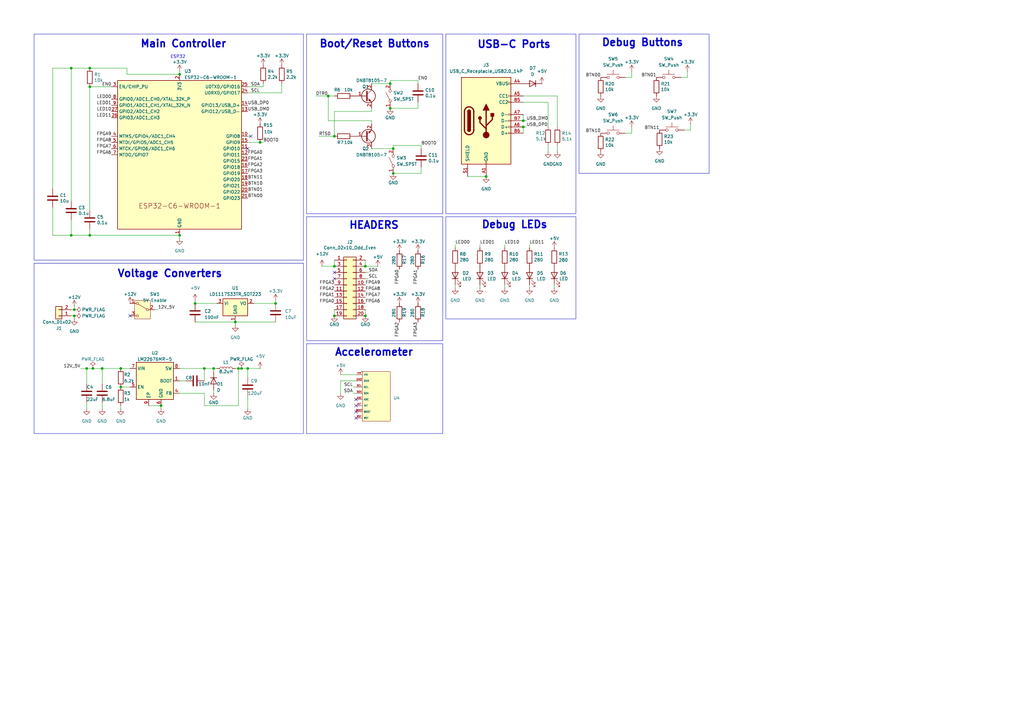
<source format=kicad_sch>
(kicad_sch (version 20231120) (generator "eeschema") (generator_version "8.0")
  (paper "A3")
  (junction (at 38.1 151.13))
  (junction (at 106.68 58.42))
  (junction (at 49.53 158.75))
  (junction (at 36.83 96.52))
  (junction (at 149.86 129.54))
  (junction (at 66.04 166.37))
  (junction (at 96.52 132.08))
  (junction (at 137.16 55.88))
  (junction (at 29.21 27.94))
  (junction (at 36.83 27.94))
  (junction (at 80.01 124.46))
  (junction (at 134.62 39.37))
  (junction (at 161.29 71.12))
  (junction (at 73.66 96.52))
  (junction (at 29.21 96.52))
  (junction (at 137.16 109.22))
  (junction (at 73.66 30.48))
  (junction (at 199.39 72.39))
  (junction (at 41.91 151.13))
  (junction (at 87.63 151.13))
  (junction (at 35.56 151.13))
  (junction (at 97.79 151.13))
  (junction (at 137.16 129.54))
  (junction (at 160.02 44.45))
  (junction (at 30.48 129.54))
  (junction (at 160.02 34.29))
  (junction (at 214.63 52.07))
  (junction (at 214.63 49.53))
  (junction (at 101.6 151.13))
  (junction (at 36.83 35.56))
  (junction (at 149.86 109.22))
  (junction (at 161.29 60.96))
  (junction (at 30.48 127))
  (junction (at 99.06 151.13))
  (junction (at 83.82 151.13))
  (junction (at 49.53 151.13))
  (junction (at 113.03 124.46))
  (no_connect (at 101.6 60.96))
  (no_connect (at 137.16 111.76))
  (no_connect (at 146.05 168.91))
  (no_connect (at 102.87 55.88))
  (no_connect (at 53.34 129.54))
  (no_connect (at 146.05 166.37))
  (no_connect (at 146.05 171.45))
  (no_connect (at 146.05 163.83))
  (no_connect (at 137.16 114.3))
  (wire (pts (xy 228.6 39.37) (xy 228.6 52.07)))
  (wire (pts (xy 134.62 49.53) (xy 134.62 39.37)))
  (wire (pts (xy 171.45 44.45) (xy 171.45 41.91)))
  (wire (pts (xy 207.01 116.84) (xy 207.01 118.11)))
  (wire (pts (xy 144.78 161.29) (xy 146.05 161.29)))
  (wire (pts (xy 115.57 38.1) (xy 115.57 34.29)))
  (wire (pts (xy 137.16 106.68) (xy 137.16 109.22)))
  (wire (pts (xy 87.63 161.29) (xy 87.63 160.02)))
  (wire (pts (xy 259.08 54.61) (xy 259.08 52.07)))
  (wire (pts (xy 66.04 167.64) (xy 66.04 166.37)))
  (wire (pts (xy 137.16 45.72) (xy 137.16 55.88)))
  (wire (pts (xy 87.63 152.4) (xy 87.63 151.13)))
  (wire (pts (xy 83.82 151.13) (xy 73.66 151.13)))
  (wire (pts (xy 83.82 151.13) (xy 87.63 151.13)))
  (wire (pts (xy 21.59 96.52) (xy 29.21 96.52)))
  (wire (pts (xy 106.68 58.42) (xy 107.95 58.42)))
  (wire (pts (xy 134.62 39.37) (xy 137.16 39.37)))
  (wire (pts (xy 186.69 101.6) (xy 186.69 100.33)))
  (wire (pts (xy 102.87 55.88) (xy 101.6 55.88)))
  (wire (pts (xy 151.13 111.76) (xy 149.86 111.76)))
  (wire (pts (xy 160.02 33.02) (xy 160.02 34.29)))
  (wire (pts (xy 224.79 41.91) (xy 214.63 41.91)))
  (wire (pts (xy 41.91 165.1) (xy 41.91 167.64)))
  (wire (pts (xy 101.6 151.13) (xy 101.6 154.94)))
  (wire (pts (xy 214.63 52.07) (xy 214.63 54.61)))
  (wire (pts (xy 224.79 52.07) (xy 224.79 41.91)))
  (wire (pts (xy 73.66 156.21) (xy 76.2 156.21)))
  (wire (pts (xy 149.86 106.68) (xy 149.86 109.22)))
  (wire (pts (xy 38.1 151.13) (xy 35.56 151.13)))
  (wire (pts (xy 171.45 33.02) (xy 160.02 33.02)))
  (wire (pts (xy 104.14 124.46) (xy 113.03 124.46)))
  (wire (pts (xy 152.4 45.72) (xy 152.4 44.45)))
  (wire (pts (xy 196.85 101.6) (xy 196.85 100.33)))
  (wire (pts (xy 113.03 123.19) (xy 113.03 124.46)))
  (wire (pts (xy 214.63 46.99) (xy 214.63 49.53)))
  (wire (pts (xy 256.54 31.75) (xy 259.08 31.75)))
  (wire (pts (xy 196.85 116.84) (xy 196.85 118.11)))
  (wire (pts (xy 73.66 30.48) (xy 52.07 30.48)))
  (wire (pts (xy 107.95 35.56) (xy 107.95 34.29)))
  (wire (pts (xy 96.52 132.08) (xy 113.03 132.08)))
  (wire (pts (xy 29.21 27.94) (xy 21.59 27.94)))
  (wire (pts (xy 130.81 55.88) (xy 137.16 55.88)))
  (wire (pts (xy 96.52 151.13) (xy 97.79 151.13)))
  (wire (pts (xy 152.4 49.53) (xy 134.62 49.53)))
  (wire (pts (xy 160.02 44.45) (xy 171.45 44.45)))
  (wire (pts (xy 41.91 151.13) (xy 41.91 157.48)))
  (wire (pts (xy 137.16 127) (xy 137.16 129.54)))
  (wire (pts (xy 149.86 109.22) (xy 154.94 109.22)))
  (wire (pts (xy 161.29 59.69) (xy 161.29 60.96)))
  (wire (pts (xy 186.69 116.84) (xy 186.69 118.11)))
  (wire (pts (xy 29.21 129.54) (xy 30.48 129.54)))
  (wire (pts (xy 217.17 116.84) (xy 217.17 118.11)))
  (wire (pts (xy 35.56 165.1) (xy 35.56 167.64)))
  (wire (pts (xy 149.86 127) (xy 149.86 129.54)))
  (wire (pts (xy 137.16 45.72) (xy 152.4 45.72)))
  (wire (pts (xy 36.83 93.98) (xy 36.83 96.52)))
  (wire (pts (xy 101.6 38.1) (xy 115.57 38.1)))
  (wire (pts (xy 52.07 27.94) (xy 36.83 27.94)))
  (wire (pts (xy 29.21 127) (xy 30.48 127)))
  (wire (pts (xy 36.83 35.56) (xy 36.83 86.36)))
  (wire (pts (xy 256.54 54.61) (xy 259.08 54.61)))
  (wire (pts (xy 101.6 167.64) (xy 101.6 162.56)))
  (wire (pts (xy 29.21 96.52) (xy 36.83 96.52)))
  (wire (pts (xy 152.4 60.96) (xy 161.29 60.96)))
  (wire (pts (xy 214.63 39.37) (xy 228.6 39.37)))
  (wire (pts (xy 73.66 29.21) (xy 73.66 30.48)))
  (wire (pts (xy 36.83 96.52) (xy 73.66 96.52)))
  (wire (pts (xy 214.63 49.53) (xy 215.9 49.53)))
  (wire (pts (xy 207.01 101.6) (xy 207.01 100.33)))
  (wire (pts (xy 99.06 151.13) (xy 101.6 151.13)))
  (wire (pts (xy 97.79 151.13) (xy 97.79 166.37)))
  (wire (pts (xy 80.01 124.46) (xy 88.9 124.46)))
  (wire (pts (xy 41.91 151.13) (xy 49.53 151.13)))
  (wire (pts (xy 191.77 72.39) (xy 199.39 72.39)))
  (wire (pts (xy 52.07 30.48) (xy 52.07 27.94)))
  (wire (pts (xy 35.56 151.13) (xy 33.02 151.13)))
  (wire (pts (xy 146.05 153.67) (xy 139.7 153.67)))
  (wire (pts (xy 101.6 35.56) (xy 107.95 35.56)))
  (wire (pts (xy 60.96 166.37) (xy 66.04 166.37)))
  (wire (pts (xy 29.21 90.17) (xy 29.21 96.52)))
  (wire (pts (xy 64.77 127) (xy 63.5 127)))
  (wire (pts (xy 172.72 59.69) (xy 172.72 60.96)))
  (wire (pts (xy 228.6 62.23) (xy 228.6 59.69)))
  (wire (pts (xy 280.67 53.34) (xy 283.21 53.34)))
  (wire (pts (xy 83.82 151.13) (xy 83.82 156.21)))
  (wire (pts (xy 49.53 158.75) (xy 53.34 158.75)))
  (wire (pts (xy 49.53 167.64) (xy 49.53 166.37)))
  (wire (pts (xy 152.4 49.53) (xy 152.4 50.8)))
  (wire (pts (xy 29.21 27.94) (xy 29.21 82.55)))
  (wire (pts (xy 132.08 109.22) (xy 137.16 109.22)))
  (wire (pts (xy 83.82 166.37) (xy 97.79 166.37)))
  (wire (pts (xy 36.83 35.56) (xy 45.72 35.56)))
  (wire (pts (xy 21.59 85.09) (xy 21.59 96.52)))
  (wire (pts (xy 214.63 52.07) (xy 215.9 52.07)))
  (wire (pts (xy 144.78 158.75) (xy 146.05 158.75)))
  (wire (pts (xy 73.66 97.79) (xy 73.66 96.52)))
  (wire (pts (xy 281.94 31.75) (xy 281.94 29.21)))
  (wire (pts (xy 96.52 132.08) (xy 96.52 133.35)))
  (wire (pts (xy 129.54 39.37) (xy 134.62 39.37)))
  (wire (pts (xy 152.4 34.29) (xy 160.02 34.29)))
  (wire (pts (xy 30.48 129.54) (xy 30.48 130.81)))
  (wire (pts (xy 80.01 123.19) (xy 80.01 124.46)))
  (wire (pts (xy 36.83 27.94) (xy 29.21 27.94)))
  (wire (pts (xy 73.66 161.29) (xy 83.82 161.29)))
  (wire (pts (xy 41.91 151.13) (xy 38.1 151.13)))
  (wire (pts (xy 49.53 151.13) (xy 53.34 151.13)))
  (wire (pts (xy 161.29 71.12) (xy 172.72 71.12)))
  (wire (pts (xy 101.6 58.42) (xy 106.68 58.42)))
  (wire (pts (xy 87.63 151.13) (xy 88.9 151.13)))
  (wire (pts (xy 151.13 114.3) (xy 149.86 114.3)))
  (wire (pts (xy 21.59 27.94) (xy 21.59 77.47)))
  (wire (pts (xy 279.4 31.75) (xy 281.94 31.75)))
  (wire (pts (xy 83.82 166.37) (xy 83.82 161.29)))
  (wire (pts (xy 146.05 156.21) (xy 139.7 156.21)))
  (wire (pts (xy 224.79 62.23) (xy 224.79 59.69)))
  (wire (pts (xy 172.72 71.12) (xy 172.72 68.58)))
  (wire (pts (xy 161.29 59.69) (xy 172.72 59.69)))
  (wire (pts (xy 80.01 132.08) (xy 96.52 132.08)))
  (wire (pts (xy 101.6 151.13) (xy 106.68 151.13)))
  (wire (pts (xy 30.48 127) (xy 30.48 125.73)))
  (wire (pts (xy 283.21 53.34) (xy 283.21 50.8)))
  (wire (pts (xy 171.45 33.02) (xy 171.45 34.29)))
  (wire (pts (xy 97.79 151.13) (xy 99.06 151.13)))
  (wire (pts (xy 139.7 156.21) (xy 139.7 161.29)))
  (wire (pts (xy 227.33 116.84) (xy 227.33 118.11)))
  (wire (pts (xy 259.08 31.75) (xy 259.08 29.21)))
  (wire (pts (xy 217.17 101.6) (xy 217.17 100.33)))
  (wire (pts (xy 35.56 151.13) (xy 35.56 157.48)))
  (rectangle (start 13.97 13.97) (end 124.46 106.68))
  (rectangle (start 13.97 107.95) (end 124.46 177.8))
  (rectangle (start 125.73 13.97) (end 181.61 87.63))
  (rectangle (start 125.73 140.97) (end 181.61 177.8))
  (rectangle (start 237.49 13.97) (end 290.83 71.12))
  (rectangle (start 182.88 88.9) (end 236.22 130.81))
  (rectangle (start 125.73 88.9) (end 181.61 139.7))
  (rectangle (start 182.88 13.97) (end 236.22 87.63))
  (text "Debug Buttons" (at 246.634 19.304 0) (effects (font (size 3 3) (thickness 0.6) (bold yes)) (justify left bottom)))
  (text "Accelerometer\n" (at 137.16 146.304 0) (effects (font (size 3 3) (thickness 0.6) (bold yes)) (justify left bottom)))
  (text "USB-C Ports" (at 195.58 20.066 0) (effects (font (size 3 3) (thickness 0.6) (bold yes)) (justify left bottom)))
  (text "Voltage Converters" (at 48.006 114.046 0) (effects (font (size 3 3) (thickness 0.6) (bold yes)) (justify left bottom)))
  (text "ESP32" (at 69.85 24.13 0) (effects (font (size 1.27 1.27)) (justify left bottom)))
  (text "Main Controller" (at 57.404 19.812 0) (effects (font (size 3 3) (thickness 0.6) (bold yes)) (justify left bottom)))
  (text "Boot/Reset Buttons" (at 130.81 19.812 0) (effects (font (size 3 3) (thickness 0.6) (bold yes)) (justify left bottom)))
  (text "HEADERS\n" (at 143.002 94.234 0) (effects (font (size 3 3) (thickness 0.6) (bold yes)) (justify left bottom)))
  (text "Debug LEDs" (at 197.358 93.98 0) (effects (font (size 3 3) (thickness 0.6) (bold yes)) (justify left bottom)))
  (label "SDA" (at 151.13 111.76 0))
  (label "SDA" (at 102.87 35.56 0))
  (label "SDA" (at 144.78 161.29 180))
  (label "LED01" (at 196.85 100.33 0))
  (label "FPGA8" (at 45.72 58.42 180))
  (label "FPGA2" (at 101.6 68.58 0))
  (label "BTN11" (at 101.6 73.66 0))
  (label "BTN00" (at 246.38 31.75 180))
  (label "FPGA7" (at 149.86 121.92 0))
  (label "LED10" (at 207.01 100.33 0))
  (label "SCL" (at 151.13 114.3 0))
  (label "12V_5V" (at 33.02 151.13 180))
  (label "LED01" (at 45.72 43.18 180))
  (label "FPGA0" (at 101.6 63.5 0))
  (label "BTN10" (at 246.38 54.61 180))
  (label "USB_DP0" (at 215.9 52.07 0))
  (label "FPGA8" (at 149.86 119.38 0))
  (label "DTR0" (at 129.54 39.37 0))
  (label "BOOT0" (at 172.72 59.69 0))
  (label "LED10" (at 45.72 45.72 180))
  (label "12V_5V" (at 64.77 127 0))
  (label "BTN11" (at 270.51 53.34 180))
  (label "BOOT0" (at 107.95 58.42 0))
  (label "LED11" (at 45.72 48.26 180))
  (label "FPGA9" (at 45.72 55.88 180))
  (label "FPGA2" (at 163.83 132.08 270))
  (label "LED11" (at 217.17 100.33 0))
  (label "USB_DP0" (at 101.6 43.18 0))
  (label "RTS0" (at 130.81 55.88 0))
  (label "FPGA1" (at 171.45 110.49 270))
  (label "BTN00" (at 101.6 81.28 0))
  (label "FPGA9" (at 149.86 116.84 0))
  (label "BTN10" (at 101.6 76.2 0))
  (label "LED00" (at 186.69 100.33 0))
  (label "USB_DM0" (at 101.6 45.72 0))
  (label "BTN01" (at 101.6 78.74 0))
  (label "FPGA7" (at 45.72 60.96 180))
  (label "FPGA0" (at 137.16 124.46 180))
  (label "FPGA6" (at 149.86 124.46 0))
  (label "EN0" (at 171.45 33.02 0))
  (label "BTN01" (at 269.24 31.75 180))
  (label "FPGA0" (at 163.83 110.49 270))
  (label "FPGA1" (at 137.16 121.92 180))
  (label "FPGA6" (at 45.72 63.5 180))
  (label "FPGA3" (at 137.16 116.84 180))
  (label "USB_DM0" (at 215.9 49.53 0))
  (label "SCL" (at 102.87 38.1 0))
  (label "SCL" (at 144.78 158.75 180))
  (label "FPGA2" (at 137.16 119.38 180))
  (label "EN0" (at 45.72 35.56 180))
  (label "FPGA1" (at 101.6 66.04 0))
  (label "LED00" (at 45.72 40.64 180))
  (label "FPGA3" (at 171.45 132.08 270))
  (label "FPGA3" (at 101.6 71.12 0))
  (symbol (lib_id "Device:C") (at 172.72 64.77 0) (unit 1)
    (property "Reference" "C11" (at 175.641 63.6016 0) (effects (justify left)))
    (property "Value" "0.1u" (at 175.641 65.913 0) (effects (justify left)))
    (property "Footprint" "Capacitor_SMD:C_0603_1608Metric_Pad1.08x0.95mm_HandSolder" (effects (hide yes)))
    (property "Description" "Unpolarized capacitor" (effects (hide yes)))
  )
  (symbol (lib_id "Switch:SW_Push") (at 251.46 54.61 0) (unit 1)
    (property "Reference" "SW6" (at 251.46 46.99 0))
    (property "Value" "SW_Push" (at 251.46 49.53 0))
    (property "Footprint" "Button_Switch_SMD:SW_SPST_B3U-1000P" (effects (hide yes)))
    (property "Description" "Push button switch, generic, two pins" (effects (hide yes)))
  )
  (symbol (lib_id "power:GND") (at 227.33 118.11 0) (unit 1)
    (property "Reference" "#PWR035" (effects (hide yes)))
    (property "Value" "GND" (at 227.33 123.19 0))
    (property "Description" "Power symbol creates a global label with name \"GND\" , ground" (effects (hide yes)))
  )
  (symbol (lib_id "Switch:SW_SPDT") (at 58.42 127 0) (mirror y) (unit 1)
    (property "Reference" "SW1" (at 63.5 120.65 0))
    (property "Value" "5V Enable" (at 63.5 123.19 0))
    (property "Footprint" "Button_Switch_THT:SW_Slide-03_Wuerth-WS-SLTV_10x2.5x6.4_P2.54mm" (effects (hide yes)))
    (property "Description" "Switch, single pole double throw" (effects (hide yes)))
  )
  (symbol (lib_id "power:GND") (at 269.24 39.37 0) (unit 1)
    (property "Reference" "#PWR045" (effects (hide yes)))
    (property "Value" "GND" (at 269.24 44.45 0))
    (property "Description" "Power symbol creates a global label with name \"GND\" , ground" (effects (hide yes)))
  )
  (symbol (lib_id "Device:R") (at 186.69 105.41 0) (unit 1)
    (property "Reference" "R8" (at 188.468 104.2416 0) (effects (justify left)))
    (property "Value" "280" (at 188.468 106.553 0) (effects (justify left)))
    (property "Footprint" "Resistor_SMD:R_0603_1608Metric_Pad0.98x0.95mm_HandSolder" (effects (hide yes)))
    (property "Description" "Resistor" (effects (hide yes)))
  )
  (symbol (lib_id "power:GND") (at 161.29 71.12 0) (unit 1)
    (property "Reference" "#PWR025" (effects (hide yes)))
    (property "Value" "GND" (at 161.29 74.93 0))
    (property "Description" "Power symbol creates a global label with name \"GND\" , ground" (effects (hide yes)))
  )
  (symbol (lib_id "power:+3.3V") (at 115.57 26.67 0) (unit 1)
    (property "Reference" "#PWR016" (effects (hide yes)))
    (property "Value" "+3.3V" (at 115.57 22.86 0))
    (property "Description" "Power symbol creates a global label with name \"+3.3V\"" (effects (hide yes)))
  )
  (symbol (lib_id "power:+12V") (at 53.34 124.46 0) (unit 1)
    (property "Reference" "#PWR010" (effects (hide yes)))
    (property "Value" "+12V" (at 53.34 120.65 0))
    (property "Description" "Power symbol creates a global label with name \"+12V\"" (effects (hide yes)))
  )
  (symbol (lib_id "Device:R") (at 163.83 128.27 0) (unit 1)
    (property "Reference" "R19" (at 165.862 130.048 90) (effects (justify left)))
    (property "Value" "280" (at 161.544 130.302 90) (effects (justify left)))
    (property "Footprint" "Resistor_SMD:R_0603_1608Metric_Pad0.98x0.95mm_HandSolder" (effects (hide yes)))
    (property "Description" "Resistor" (effects (hide yes)))
  )
  (symbol (lib_id "power:GND") (at 137.16 129.54 0) (mirror y) (unit 1)
    (property "Reference" "#PWR022" (effects (hide yes)))
    (property "Value" "GND" (at 137.16 133.096 0))
    (property "Description" "Power symbol creates a global label with name \"GND\" , ground" (effects (hide yes)))
  )
  (symbol (lib_id "Device:D") (at 87.63 156.21 270) (unit 1)
    (property "Reference" "D1" (at 88.9 157.48 90) (effects (justify left)))
    (property "Value" "D" (at 88.9 160.02 90) (effects (justify left)))
    (property "Footprint" "Diode_SMD:D_SMA_Handsoldering" (effects (hide yes)))
    (property "Description" "Diode" (effects (hide yes)))
    (property "Sim.Device" "D" (effects (hide yes)))
    (property "Sim.Pins" "1=K 2=A" (effects (hide yes)))
  )
  (symbol (lib_id "Connector_Generic:Conn_02x10_Odd_Even") (at 142.24 116.84 0) (unit 1)
    (property "Reference" "J2" (at 143.51 99.314 0))
    (property "Value" "Conn_02x10_Odd_Even" (at 143.51 101.6 0))
    (property "Footprint" "Connector_PinHeader_2.54mm:PinHeader_2x10_P2.54mm_Vertical" (effects (hide yes)))
    (property "Description" "Generic connector, double row, 02x10, odd/even pin numbering scheme (row 1 odd numbers, row 2 even numbers), script generated (kicad-library-utils/schlib/autogen/connector/)" (effects (hide yes)))
  )
  (symbol (lib_id "Device:Q_NPN_BEC") (at 149.86 39.37 0) (unit 1)
    (property "Reference" "Q1" (at 148.59 35.56 0) (effects (justify left)))
    (property "Value" "DNBT8105-7" (at 146.05 33.02 0) (effects (justify left)))
    (property "Footprint" "Package_TO_SOT_SMD:SOT-23" (effects (hide yes)))
    (property "Description" "NPN transistor, base/emitter/collector" (effects (hide yes)))
  )
  (symbol (lib_id "Device:R") (at 107.95 30.48 0) (unit 1)
    (property "Reference" "R4" (at 109.728 29.3116 0) (effects (justify left)))
    (property "Value" "2.2k" (at 109.728 31.623 0) (effects (justify left)))
    (property "Footprint" "Resistor_SMD:R_0603_1608Metric_Pad0.98x0.95mm_HandSolder" (effects (hide yes)))
    (property "Description" "Resistor" (effects (hide yes)))
  )
  (symbol (lib_id "Device:R") (at 224.79 55.88 0) (unit 1)
    (property "Reference" "R12" (at 219.71 54.61 0) (effects (justify left)))
    (property "Value" "5.1k" (at 219.71 56.9214 0) (effects (justify left)))
    (property "Footprint" "Resistor_SMD:R_0603_1608Metric_Pad0.98x0.95mm_HandSolder" (effects (hide yes)))
    (property "Description" "Resistor" (effects (hide yes)))
  )
  (symbol (lib_id "power:+3.3V") (at 73.66 29.21 0) (unit 1)
    (property "Reference" "#PWR08" (effects (hide yes)))
    (property "Value" "+3.3V" (at 73.66 25.4 0))
    (property "Description" "Power symbol creates a global label with name \"+3.3V\"" (effects (hide yes)))
  )
  (symbol (lib_id "power:+3.3V") (at 281.94 29.21 0) (unit 1)
    (property "Reference" "#PWR046" (effects (hide yes)))
    (property "Value" "+3.3V" (at 281.94 25.4 0))
    (property "Description" "Power symbol creates a global label with name \"+3.3V\"" (effects (hide yes)))
  )
  (symbol (lib_id "Device:R") (at 246.38 35.56 0) (unit 1)
    (property "Reference" "R20" (at 248.158 34.3916 0) (effects (justify left)))
    (property "Value" "10k" (at 248.158 36.703 0) (effects (justify left)))
    (property "Footprint" "Resistor_SMD:R_0603_1608Metric_Pad0.98x0.95mm_HandSolder" (effects (hide yes)))
    (property "Description" "Resistor" (effects (hide yes)))
  )
  (symbol (lib_id "power:GND") (at 41.91 167.64 0) (mirror y) (unit 1)
    (property "Reference" "#PWR04" (effects (hide yes)))
    (property "Value" "GND" (at 41.91 172.72 0))
    (property "Description" "Power symbol creates a global label with name \"GND\" , ground" (effects (hide yes)))
  )
  (symbol (lib_id "power:GND") (at 35.56 167.64 0) (mirror y) (unit 1)
    (property "Reference" "#PWR02" (effects (hide yes)))
    (property "Value" "GND" (at 35.56 172.72 0))
    (property "Description" "Power symbol creates a global label with name \"GND\" , ground" (effects (hide yes)))
  )
  (symbol (lib_id "power:+12V") (at 30.48 125.73 0) (unit 1)
    (property "Reference" "#PWR017" (effects (hide yes)))
    (property "Value" "+12V" (at 30.48 121.92 0))
    (property "Description" "Power symbol creates a global label with name \"+12V\"" (effects (hide yes)))
  )
  (symbol (lib_id "Device:L") (at 92.71 151.13 90) (unit 1)
    (property "Reference" "L1" (at 92.71 148.59 90))
    (property "Value" "8.2uH" (at 92.71 152.4 90))
    (property "Footprint" "Inductor_SMD:L_7.3x7.3_H3.5" (effects (hide yes)))
    (property "Description" "Inductor" (effects (hide yes)))
  )
  (symbol (lib_id "Switch:SW_Push") (at 275.59 53.34 0) (unit 1)
    (property "Reference" "SW7" (at 275.59 45.72 0))
    (property "Value" "SW_Push" (at 275.59 48.26 0))
    (property "Footprint" "Button_Switch_SMD:SW_SPST_B3U-1000P" (effects (hide yes)))
    (property "Description" "Push button switch, generic, two pins" (effects (hide yes)))
  )
  (symbol (lib_id "power:+3.3V") (at 107.95 26.67 0) (unit 1)
    (property "Reference" "#PWR015" (effects (hide yes)))
    (property "Value" "+3.3V" (at 107.95 22.86 0))
    (property "Description" "Power symbol creates a global label with name \"+3.3V\"" (effects (hide yes)))
  )
  (symbol (lib_id "Switch:SW_Push") (at 251.46 31.75 0) (unit 1)
    (property "Reference" "SW5" (at 251.46 24.13 0))
    (property "Value" "SW_Push" (at 251.46 26.67 0))
    (property "Footprint" "Button_Switch_SMD:SW_SPST_B3U-1000P" (effects (hide yes)))
    (property "Description" "Push button switch, generic, two pins" (effects (hide yes)))
  )
  (symbol (lib_id "Device:C") (at 113.03 128.27 0) (unit 1)
    (property "Reference" "C7" (at 116.84 127.635 0) (effects (justify left)))
    (property "Value" "10uF" (at 116.84 130.175 0) (effects (justify left)))
    (property "Footprint" "Capacitor_SMD:C_0805_2012Metric" (effects (hide yes)))
    (property "Description" "Unpolarized capacitor" (effects (hide yes)))
  )
  (symbol (lib_id "Device:R") (at 270.51 57.15 0) (unit 1)
    (property "Reference" "R23" (at 272.288 55.9816 0) (effects (justify left)))
    (property "Value" "10k" (at 272.288 58.293 0) (effects (justify left)))
    (property "Footprint" "Resistor_SMD:R_0603_1608Metric_Pad0.98x0.95mm_HandSolder" (effects (hide yes)))
    (property "Description" "Resistor" (effects (hide yes)))
  )
  (symbol (lib_id "power:+3.3V") (at 283.21 50.8 0) (unit 1)
    (property "Reference" "#PWR050" (effects (hide yes)))
    (property "Value" "+3.3V" (at 283.21 46.99 0))
    (property "Description" "Power symbol creates a global label with name \"+3.3V\"" (effects (hide yes)))
  )
  (symbol (lib_id "power:GND") (at 139.7 161.29 0) (unit 1)
    (property "Reference" "#PWR020" (effects (hide yes)))
    (property "Value" "GND" (at 139.7 166.37 0))
    (property "Description" "Power symbol creates a global label with name \"GND\" , ground" (effects (hide yes)))
  )
  (symbol (lib_id "power:+5V") (at 139.7 153.67 0) (unit 1)
    (property "Reference" "#PWR019" (effects (hide yes)))
    (property "Value" "+5V" (at 139.7 149.86 0))
    (property "Description" "Power symbol creates a global label with name \"+5V\"" (effects (hide yes)))
  )
  (symbol (lib_id "power:GND") (at 149.86 129.54 0) (unit 1)
    (property "Reference" "#PWR023" (effects (hide yes)))
    (property "Value" "GND" (at 149.86 133.096 0))
    (property "Description" "Power symbol creates a global label with name \"GND\" , ground" (effects (hide yes)))
  )
  (symbol (lib_id "Espressif:ESP32-C6-WROOM-1") (at 73.66 63.5 0) (unit 1)
    (property "Reference" "U3" (at 75.6159 29.21 0) (effects (justify left)))
    (property "Value" "ESP32-C6-WROOM-1" (at 75.6159 31.75 0) (effects (justify left)))
    (property "Footprint" "Espressif:ESP32-C6-WROOM-1" (effects (hide yes)))
    (property "Datasheet" "https://www.espressif.com/sites/default/files/documentation/esp32-c6-wroom-1_datasheet_en.pdf" (effects (hide yes)))
  )
  (symbol (lib_id "power:GND") (at 49.53 167.64 0) (mirror y) (unit 1)
    (property "Reference" "#PWR05" (effects (hide yes)))
    (property "Value" "GND" (at 49.53 172.72 0))
    (property "Description" "Power symbol creates a global label with name \"GND\" , ground" (effects (hide yes)))
  )
  (symbol (lib_id "Regulator_Switching:LM22676MR-5") (at 63.5 156.21 0) (unit 1)
    (property "Reference" "U2" (at 63.5 144.78 0))
    (property "Value" "LM22676MR-5" (at 63.5 147.32 0))
    (property "Footprint" "Package_SO:TI_SO-PowerPAD-8" (effects (hide yes)))
    (property "Datasheet" "http://www.ti.com/lit/ds/symlink/lm22676.pdf" (effects (hide yes)))
    (property "Description" "3A Step-Down Switching Voltage Regulater, 4.5-42V Input, 5V Output, 500kHz Switching Frequency, SOIC-8" (effects (hide yes)))
  )
  (symbol (lib_id "Device:C") (at 21.59 81.28 0) (unit 1)
    (property "Reference" "C1" (at 24.511 80.1116 0) (effects (justify left)))
    (property "Value" "10u" (at 24.511 82.423 0) (effects (justify left)))
    (property "Footprint" "Capacitor_SMD:C_0603_1608Metric_Pad1.08x0.95mm_HandSolder" (effects (hide yes)))
    (property "Description" "Unpolarized capacitor" (effects (hide yes)))
  )
  (symbol (lib_id "power:+3.3V") (at 106.68 50.8 0) (unit 1)
    (property "Reference" "#PWR037" (effects (hide yes)))
    (property "Value" "+3.3V" (at 106.68 46.99 0))
    (property "Description" "Power symbol creates a global label with name \"+3.3V\"" (effects (hide yes)))
  )
  (symbol (lib_id "power:+3.3V") (at 171.45 102.87 0) (unit 1)
    (property "Reference" "#PWR041" (effects (hide yes)))
    (property "Value" "+3.3V" (at 171.45 99.06 0))
    (property "Description" "Power symbol creates a global label with name \"+3.3V\"" (effects (hide yes)))
  )
  (symbol (lib_id "power:GND") (at 246.38 39.37 0) (unit 1)
    (property "Reference" "#PWR043" (effects (hide yes)))
    (property "Value" "GND" (at 246.38 44.45 0))
    (property "Description" "Power symbol creates a global label with name \"GND\" , ground" (effects (hide yes)))
  )
  (symbol (lib_id "power:GND") (at 270.51 60.96 0) (unit 1)
    (property "Reference" "#PWR049" (effects (hide yes)))
    (property "Value" "GND" (at 270.51 66.04 0))
    (property "Description" "Power symbol creates a global label with name \"GND\" , ground" (effects (hide yes)))
  )
  (symbol (lib_id "power:GND") (at 186.69 118.11 0) (unit 1)
    (property "Reference" "#PWR027" (effects (hide yes)))
    (property "Value" "GND" (at 186.69 123.19 0))
    (property "Description" "Power symbol creates a global label with name \"GND\" , ground" (effects (hide yes)))
  )
  (symbol (lib_id "power:+3.3V") (at 259.08 29.21 0) (unit 1)
    (property "Reference" "#PWR044" (effects (hide yes)))
    (property "Value" "+3.3V" (at 259.08 25.4 0))
    (property "Description" "Power symbol creates a global label with name \"+3.3V\"" (effects (hide yes)))
  )
  (symbol (lib_id "Connector:USB_C_Receptacle_USB2.0_14P") (at 199.39 49.53 0) (unit 1)
    (property "Reference" "J3" (at 199.39 26.67 0))
    (property "Value" "USB_C_Receptacle_USB2.0_14P" (at 199.39 29.21 0))
    (property "Footprint" "Connector_USB:USB_C_Receptacle_JAE_DX07S016JA1R1500" (effects (hide yes)))
    (property "Datasheet" "https://www.usb.org/sites/default/files/documents/usb_type-c.zip" (effects (hide yes)))
    (property "Description" "USB 2.0-only 14P Type-C Receptacle connector" (effects (hide yes)))
  )
  (symbol (lib_id "power:GND") (at 30.48 130.81 0) (unit 1)
    (property "Reference" "#PWR018" (effects (hide yes)))
    (property "Value" "GND" (at 30.48 135.89 0))
    (property "Description" "Power symbol creates a global label with name \"GND\" , ground" (effects (hide yes)))
  )
  (symbol (lib_id "power:GND") (at 160.02 44.45 0) (unit 1)
    (property "Reference" "#PWR024" (effects (hide yes)))
    (property "Value" "GND" (at 160.02 48.26 0))
    (property "Description" "Power symbol creates a global label with name \"GND\" , ground" (effects (hide yes)))
  )
  (symbol (lib_id "power:GND") (at 96.52 133.35 0) (unit 1)
    (property "Reference" "#PWR03" (effects (hide yes)))
    (property "Value" "GND" (at 96.52 138.43 0))
    (property "Description" "Power symbol creates a global label with name \"GND\" , ground" (effects (hide yes)))
  )
  (symbol (lib_id "Device:R") (at 246.38 58.42 0) (unit 1)
    (property "Reference" "R22" (at 248.158 57.2516 0) (effects (justify left)))
    (property "Value" "10k" (at 248.158 59.563 0) (effects (justify left)))
    (property "Footprint" "Resistor_SMD:R_0603_1608Metric_Pad0.98x0.95mm_HandSolder" (effects (hide yes)))
    (property "Description" "Resistor" (effects (hide yes)))
  )
  (symbol (lib_id "power:GND") (at 87.63 161.29 0) (mirror y) (unit 1)
    (property "Reference" "#PWR012" (effects (hide yes)))
    (property "Value" "GND" (at 87.63 165.1 0))
    (property "Description" "Power symbol creates a global label with name \"GND\" , ground" (effects (hide yes)))
  )
  (symbol (lib_id "power:+3.3V") (at 171.45 124.46 0) (unit 1)
    (property "Reference" "#PWR039" (effects (hide yes)))
    (property "Value" "+3.3V" (at 171.45 120.65 0))
    (property "Description" "Power symbol creates a global label with name \"+3.3V\"" (effects (hide yes)))
  )
  (symbol (lib_id "Switch:SW_Push") (at 274.32 31.75 0) (unit 1)
    (property "Reference" "SW4" (at 274.32 24.13 0))
    (property "Value" "SW_Push" (at 274.32 26.67 0))
    (property "Footprint" "Button_Switch_SMD:SW_SPST_B3U-1000P" (effects (hide yes)))
    (property "Description" "Push button switch, generic, two pins" (effects (hide yes)))
  )
  (symbol (lib_id "power:+5V") (at 106.68 151.13 0) (unit 1)
    (property "Reference" "#PWR01" (effects (hide yes)))
    (property "Value" "+5V" (at 106.68 146.05 0))
    (property "Description" "Power symbol creates a global label with name \"+5V\"" (effects (hide yes)))
  )
  (symbol (lib_id "power:GND") (at 101.6 167.64 0) (mirror y) (unit 1)
    (property "Reference" "#PWR013" (effects (hide yes)))
    (property "Value" "GND" (at 101.6 171.45 0))
    (property "Description" "Power symbol creates a global label with name \"GND\" , ground" (effects (hide yes)))
  )
  (symbol (lib_id "power:GND") (at 73.66 97.79 0) (unit 1)
    (property "Reference" "#PWR09" (effects (hide yes)))
    (property "Value" "GND" (at 73.66 102.87 0))
    (property "Description" "Power symbol creates a global label with name \"GND\" , ground" (effects (hide yes)))
  )
  (symbol (lib_id "Device:C") (at 41.91 161.29 0) (unit 1)
    (property "Reference" "C6" (at 43.18 158.75 0) (effects (justify left)))
    (property "Value" "6.8uF" (at 41.91 163.83 0) (effects (justify left)))
    (property "Footprint" "Capacitor_SMD:C_0805_2012Metric" (effects (hide yes)))
    (property "Description" "Unpolarized capacitor" (effects (hide yes)))
  )
  (symbol (lib_id "Device:R") (at 228.6 55.88 0) (unit 1)
    (property "Reference" "R14" (at 230.378 54.7116 0) (effects (justify left)))
    (property "Value" "5.1k" (at 230.378 57.023 0) (effects (justify left)))
    (property "Footprint" "Resistor_SMD:R_0603_1608Metric_Pad0.98x0.95mm_HandSolder" (effects (hide yes)))
    (property "Description" "Resistor" (effects (hide yes)))
  )
  (symbol (lib_id "power:PWR_FLAG") (at 38.1 151.13 0) (unit 1)
    (property "Reference" "#FLG01" (effects (hide yes)))
    (property "Value" "PWR_FLAG" (at 38.1 147.32 0))
    (property "Description" "Special symbol for telling ERC where power comes from" (effects (hide yes)))
  )
  (symbol (lib_id "Device:C") (at 171.45 38.1 0) (unit 1)
    (property "Reference" "C10" (at 174.371 36.9316 0) (effects (justify left)))
    (property "Value" "0.1u" (at 174.371 39.243 0) (effects (justify left)))
    (property "Footprint" "Capacitor_SMD:C_0603_1608Metric_Pad1.08x0.95mm_HandSolder" (effects (hide yes)))
    (property "Description" "Unpolarized capacitor" (effects (hide yes)))
  )
  (symbol (lib_id "Device:R") (at 115.57 30.48 0) (unit 1)
    (property "Reference" "R5" (at 117.348 29.3116 0) (effects (justify left)))
    (property "Value" "2.2k" (at 117.348 31.623 0) (effects (justify left)))
    (property "Footprint" "Resistor_SMD:R_0603_1608Metric_Pad0.98x0.95mm_HandSolder" (effects (hide yes)))
    (property "Description" "Resistor" (effects (hide yes)))
  )
  (symbol (lib_id "Device:R") (at 106.68 54.61 0) (unit 1)
    (property "Reference" "R15" (at 107.95 51.308 0) (effects (justify left)))
    (property "Value" "10k" (at 108.204 54.102 0) (effects (justify left)))
    (property "Footprint" "Resistor_SMD:R_0603_1608Metric_Pad0.98x0.95mm_HandSolder" (effects (hide yes)))
    (property "Description" "Resistor" (effects (hide yes)))
  )
  (symbol (lib_id "power:+5V") (at 80.01 123.19 0) (unit 1)
    (property "Reference" "#PWR014" (effects (hide yes)))
    (property "Value" "+5V" (at 80.01 118.11 0))
    (property "Description" "Power symbol creates a global label with name \"+5V\"" (effects (hide yes)))
  )
  (symbol (lib_id "power:GND") (at 224.79 62.23 0) (unit 1)
    (property "Reference" "#PWR033" (effects (hide yes)))
    (property "Value" "GND" (at 224.79 67.31 0))
    (property "Description" "Power symbol creates a global label with name \"GND\" , ground" (effects (hide yes)))
  )
  (symbol (lib_id "Device:LED") (at 227.33 113.03 90) (unit 1)
    (property "Reference" "D6" (at 229.616 112.014 90) (effects (justify right)))
    (property "Value" "LED" (at 229.362 114.3 90) (effects (justify right)))
    (property "Footprint" "LED_SMD:LED_0805_2012Metric_Pad1.15x1.40mm_HandSolder" (effects (hide yes)))
    (property "Description" "Light emitting diode" (effects (hide yes)))
  )
  (symbol (lib_id "power:GND") (at 196.85 118.11 0) (unit 1)
    (property "Reference" "#PWR028" (effects (hide yes)))
    (property "Value" "GND" (at 196.85 123.19 0))
    (property "Description" "Power symbol creates a global label with name \"GND\" , ground" (effects (hide yes)))
  )
  (symbol (lib_id "power:+5V") (at 222.25 34.29 0) (unit 1)
    (property "Reference" "#PWR031" (effects (hide yes)))
    (property "Value" "+5V" (at 222.25 29.21 0))
    (property "Description" "Power symbol creates a global label with name \"+5V\"" (effects (hide yes)))
  )
  (symbol (lib_id "Device:R") (at 227.33 105.41 0) (unit 1)
    (property "Reference" "R13" (at 229.108 104.14 0) (effects (justify left)))
    (property "Value" "280" (at 229.108 106.68 0) (effects (justify left)))
    (property "Footprint" "Resistor_SMD:R_0603_1608Metric_Pad0.98x0.95mm_HandSolder" (effects (hide yes)))
    (property "Description" "Resistor" (effects (hide yes)))
  )
  (symbol (lib_id "Device:LED") (at 207.01 113.03 90) (unit 1)
    (property "Reference" "D4" (at 209.9818 112.0394 90) (effects (justify right)))
    (property "Value" "LED" (at 209.9818 114.3508 90) (effects (justify right)))
    (property "Footprint" "LED_SMD:LED_0805_2012Metric_Pad1.15x1.40mm_HandSolder" (effects (hide yes)))
    (property "Description" "Light emitting diode" (effects (hide yes)))
  )
  (symbol (lib_id "power:+5V") (at 154.94 109.22 0) (unit 1)
    (property "Reference" "#PWR026" (effects (hide yes)))
    (property "Value" "+5V" (at 154.94 105.41 0))
    (property "Description" "Power symbol creates a global label with name \"+5V\"" (effects (hide yes)))
  )
  (symbol (lib_id "power:+3.3V") (at 259.08 52.07 0) (unit 1)
    (property "Reference" "#PWR048" (effects (hide yes)))
    (property "Value" "+3.3V" (at 259.08 48.26 0))
    (property "Description" "Power symbol creates a global label with name \"+3.3V\"" (effects (hide yes)))
  )
  (symbol (lib_id "Device:R") (at 163.83 106.68 0) (unit 1)
    (property "Reference" "R17" (at 165.862 108.458 90) (effects (justify left)))
    (property "Value" "280" (at 161.544 108.712 90) (effects (justify left)))
    (property "Footprint" "Resistor_SMD:R_0603_1608Metric_Pad0.98x0.95mm_HandSolder" (effects (hide yes)))
    (property "Description" "Resistor" (effects (hide yes)))
  )
  (symbol (lib_id "power:+3.3V") (at 113.03 123.19 0) (unit 1)
    (property "Reference" "#PWR06" (effects (hide yes)))
    (property "Value" "+3.3V" (at 113.03 119.38 0))
    (property "Description" "Power symbol creates a global label with name \"+3.3V\"" (effects (hide yes)))
  )
  (symbol (lib_id "Device:D") (at 218.44 34.29 180) (unit 1)
    (property "Reference" "D7" (at 218.44 27.94 0))
    (property "Value" "D" (at 218.44 30.48 0))
    (property "Footprint" "Diode_SMD:D_SMA_Handsoldering" (effects (hide yes)))
    (property "Description" "Diode" (effects (hide yes)))
    (property "Sim.Device" "D" (effects (hide yes)))
    (property "Sim.Pins" "1=K 2=A" (effects (hide yes)))
  )
  (symbol (lib_id "power:+12V") (at 132.08 109.22 0) (mirror y) (unit 1)
    (property "Reference" "#PWR021" (effects (hide yes)))
    (property "Value" "+12V" (at 132.08 104.14 0))
    (property "Description" "Power symbol creates a global label with name \"+12V\"" (effects (hide yes)))
  )
  (symbol (lib_id "power:GND") (at 246.38 62.23 0) (unit 1)
    (property "Reference" "#PWR047" (effects (hide yes)))
    (property "Value" "GND" (at 246.38 67.31 0))
    (property "Description" "Power symbol creates a global label with name \"GND\" , ground" (effects (hide yes)))
  )
  (symbol (lib_id "Device:R") (at 171.45 128.27 0) (unit 1)
    (property "Reference" "R18" (at 173.482 130.048 90) (effects (justify left)))
    (property "Value" "280" (at 169.164 130.302 90) (effects (justify left)))
    (property "Footprint" "Resistor_SMD:R_0603_1608Metric_Pad0.98x0.95mm_HandSolder" (effects (hide yes)))
    (property "Description" "Resistor" (effects (hide yes)))
  )
  (symbol (lib_id "Device:C") (at 80.01 156.21 90) (unit 1)
    (property "Reference" "C8" (at 77.47 154.94 90))
    (property "Value" "10nF" (at 83.82 157.48 90))
    (property "Footprint" "Capacitor_SMD:C_0805_2012Metric" (effects (hide yes)))
    (property "Description" "Unpolarized capacitor" (effects (hide yes)))
  )
  (symbol (lib_id "power:+3.3V") (at 163.83 102.87 0) (unit 1)
    (property "Reference" "#PWR038" (effects (hide yes)))
    (property "Value" "+3.3V" (at 163.83 99.06 0))
    (property "Description" "Power symbol creates a global label with name \"+3.3V\"" (effects (hide yes)))
  )
  (symbol (lib_id "Device:C") (at 29.21 86.36 0) (unit 1)
    (property "Reference" "C3" (at 32.131 85.1916 0) (effects (justify left)))
    (property "Value" "0.1u" (at 32.131 87.503 0) (effects (justify left)))
    (property "Footprint" "Capacitor_SMD:C_0603_1608Metric_Pad1.08x0.95mm_HandSolder" (effects (hide yes)))
    (property "Description" "Unpolarized capacitor" (effects (hide yes)))
  )
  (symbol (lib_id "Device:R") (at 207.01 105.41 0) (unit 1)
    (property "Reference" "R10" (at 208.788 104.2416 0) (effects (justify left)))
    (property "Value" "280" (at 208.788 106.553 0) (effects (justify left)))
    (property "Footprint" "Resistor_SMD:R_0603_1608Metric_Pad0.98x0.95mm_HandSolder" (effects (hide yes)))
    (property "Description" "Resistor" (effects (hide yes)))
  )
  (symbol (lib_id "power:GND") (at 199.39 72.39 0) (unit 1)
    (property "Reference" "#PWR029" (effects (hide yes)))
    (property "Value" "GND" (at 199.39 77.47 0))
    (property "Description" "Power symbol creates a global label with name \"GND\" , ground" (effects (hide yes)))
  )
  (symbol (lib_id "Device:R") (at 140.97 55.88 90) (unit 1)
    (property "Reference" "R7" (at 140.97 58.42 90) (effects (justify left)))
    (property "Value" "10k" (at 144.78 58.42 90) (effects (justify left)))
    (property "Footprint" "Resistor_SMD:R_0603_1608Metric_Pad0.98x0.95mm_HandSolder" (effects (hide yes)))
    (property "Description" "Resistor" (effects (hide yes)))
  )
  (symbol (lib_id "Device:C") (at 35.56 161.29 0) (unit 1)
    (property "Reference" "C4" (at 35.56 158.75 0) (effects (justify left)))
    (property "Value" "22uF" (at 35.56 163.83 0) (effects (justify left)))
    (property "Footprint" "Capacitor_THT:CP_Radial_D5.0mm_P2.00mm" (effects (hide yes)))
    (property "Description" "Unpolarized capacitor" (effects (hide yes)))
  )
  (symbol (lib_id "Device:LED") (at 196.85 113.03 90) (unit 1)
    (property "Reference" "D3" (at 199.8218 112.0394 90) (effects (justify right)))
    (property "Value" "LED" (at 199.8218 114.3508 90) (effects (justify right)))
    (property "Footprint" "LED_SMD:LED_0805_2012Metric_Pad1.15x1.40mm_HandSolder" (effects (hide yes)))
    (property "Description" "Light emitting diode" (effects (hide yes)))
  )
  (symbol (lib_id "Switch:SW_SPST") (at 160.02 39.37 90) (unit 1)
    (property "Reference" "SW2" (at 161.29 38.1 90) (effects (justify right)))
    (property "Value" "SW_SPST" (at 161.29 40.64 90) (effects (justify right)))
    (property "Footprint" "Button_Switch_SMD:SW_SPST_B3U-1000P" (effects (hide yes)))
    (property "Description" "Single Pole Single Throw (SPST) switch" (effects (hide yes)))
  )
  (symbol (lib_id "power:PWR_FLAG") (at 30.48 127 270) (mirror x) (unit 1)
    (property "Reference" "#FLG03" (effects (hide yes)))
    (property "Value" "PWR_FLAG" (at 33.528 127 90) (effects (justify left)))
    (property "Description" "Special symbol for telling ERC where power comes from" (effects (hide yes)))
  )
  (symbol (lib_id "Device:LED") (at 186.69 113.03 90) (unit 1)
    (property "Reference" "D2" (at 189.6618 112.0394 90) (effects (justify right)))
    (property "Value" "LED" (at 189.6618 114.3508 90) (effects (justify right)))
    (property "Footprint" "LED_SMD:LED_0805_2012Metric_Pad1.15x1.40mm_HandSolder" (effects (hide yes)))
    (property "Description" "Light emitting diode" (effects (hide yes)))
  )
  (symbol (lib_id "power:GND") (at 228.6 62.23 0) (unit 1)
    (property "Reference" "#PWR036" (effects (hide yes)))
    (property "Value" "GND" (at 228.6 67.31 0))
    (property "Description" "Power symbol creates a global label with name \"GND\" , ground" (effects (hide yes)))
  )
  (symbol (lib_id "power:+3.3V") (at 163.83 124.46 0) (unit 1)
    (property "Reference" "#PWR040" (effects (hide yes)))
    (property "Value" "+3.3V" (at 163.83 120.65 0))
    (property "Description" "Power symbol creates a global label with name \"+3.3V\"" (effects (hide yes)))
  )
  (symbol (lib_id "Regulator_Linear:LD1117S33TR_SOT223") (at 96.52 124.46 0) (unit 1)
    (property "Reference" "U1" (at 96.52 118.11 0))
    (property "Value" "LD1117S33TR_SOT223" (at 96.52 120.65 0))
    (property "Footprint" "Package_TO_SOT_SMD:SOT-223-3_TabPin2" (effects (hide yes)))
    (property "Datasheet" "http://www.st.com/st-web-ui/static/active/en/resource/technical/document/datasheet/CD00000544.pdf" (effects (hide yes)))
    (property "Description" "800mA Fixed Low Drop Positive Voltage Regulator, Fixed Output 3.3V, SOT-223" (effects (hide yes)))
  )
  (symbol (lib_id "power:GND") (at 217.17 118.11 0) (unit 1)
    (property "Reference" "#PWR032" (effects (hide yes)))
    (property "Value" "GND" (at 217.17 123.19 0))
    (property "Description" "Power symbol creates a global label with name \"GND\" , ground" (effects (hide yes)))
  )
  (symbol (lib_id "Device:C") (at 101.6 158.75 0) (unit 1)
    (property "Reference" "C9" (at 102.87 156.21 0) (effects (justify left)))
    (property "Value" "120uF" (at 101.6 161.29 0) (effects (justify left)))
    (property "Footprint" "Capacitor_THT:CP_Radial_D6.3mm_P2.50mm" (effects (hide yes)))
    (property "Description" "Unpolarized capacitor" (effects (hide yes)))
  )
  (symbol (lib_id "Device:C") (at 36.83 90.17 0) (unit 1)
    (property "Reference" "C5" (at 39.751 89.0016 0) (effects (justify left)))
    (property "Value" "0.1u" (at 39.751 91.313 0) (effects (justify left)))
    (property "Footprint" "Capacitor_SMD:C_0603_1608Metric_Pad1.08x0.95mm_HandSolder" (effects (hide yes)))
    (property "Description" "Unpolarized capacitor" (effects (hide yes)))
  )
  (symbol (lib_id "Device:LED") (at 217.17 113.03 90) (unit 1)
    (property "Reference" "D5" (at 220.1418 112.0394 90) (effects (justify right)))
    (property "Value" "LED" (at 220.1418 114.3508 90) (effects (justify right)))
    (property "Footprint" "LED_SMD:LED_0805_2012Metric_Pad1.15x1.40mm_HandSolder" (effects (hide yes)))
    (property "Description" "Light emitting diode" (effects (hide yes)))
  )
  (symbol (lib_id "Device:Q_NPN_BEC") (at 149.86 55.88 0) (mirror x) (unit 1)
    (property "Reference" "Q2" (at 148.59 60.96 0) (effects (justify left)))
    (property "Value" "DNBT8105-7" (at 146.05 63.5 0) (effects (justify left)))
    (property "Footprint" "Package_TO_SOT_SMD:SOT-23" (effects (hide yes)))
    (property "Description" "NPN transistor, base/emitter/collector" (effects (hide yes)))
  )
  (symbol (lib_id "Device:R") (at 140.97 39.37 90) (unit 1)
    (property "Reference" "R6" (at 139.7 36.83 90) (effects (justify left)))
    (property "Value" "10k" (at 144.78 36.83 90) (effects (justify left)))
    (property "Footprint" "Resistor_SMD:R_0603_1608Metric_Pad0.98x0.95mm_HandSolder" (effects (hide yes)))
    (property "Description" "Resistor" (effects (hide yes)))
  )
  (symbol (lib_id "Device:C") (at 80.01 128.27 0) (unit 1)
    (property "Reference" "C2" (at 83.82 127.635 0) (effects (justify left)))
    (property "Value" "100nF" (at 83.82 130.175 0) (effects (justify left)))
    (property "Footprint" "Capacitor_SMD:C_0805_2012Metric" (effects (hide yes)))
    (property "Description" "Unpolarized capacitor" (effects (hide yes)))
  )
  (symbol (lib_id "Adafruit_Files:BNO055") (at 148.59 152.4 0) (unit 1)
    (property "Reference" "U4" (at 161.29 163.195 0) (effects (justify left)))
    (property "Value" "~" (at 148.59 152.4 0))
    (property "Footprint" "Adafruit_Sensors:BNO055" (effects (hide yes)))
  )
  (symbol (lib_id "power:GND") (at 66.04 167.64 0) (mirror y) (unit 1)
    (property "Reference" "#PWR07" (effects (hide yes)))
    (property "Value" "GND" (at 66.04 172.72 0))
    (property "Description" "Power symbol creates a global label with name \"GND\" , ground" (effects (hide yes)))
  )
  (symbol (lib_id "Device:R") (at 269.24 35.56 0) (unit 1)
    (property "Reference" "R21" (at 271.018 34.3916 0) (effects (justify left)))
    (property "Value" "10k" (at 271.018 36.703 0) (effects (justify left)))
    (property "Footprint" "Resistor_SMD:R_0603_1608Metric_Pad0.98x0.95mm_HandSolder" (effects (hide yes)))
    (property "Description" "Resistor" (effects (hide yes)))
  )
  (symbol (lib_id "Switch:SW_SPST") (at 161.29 66.04 90) (unit 1)
    (property "Reference" "SW3" (at 162.56 64.77 90) (effects (justify right)))
    (property "Value" "SW_SPST" (at 162.56 67.31 90) (effects (justify right)))
    (property "Footprint" "Button_Switch_SMD:SW_SPST_B3U-1000P" (effects (hide yes)))
    (property "Description" "Single Pole Single Throw (SPST) switch" (effects (hide yes)))
  )
  (symbol (lib_id "Device:R") (at 196.85 105.41 0) (unit 1)
    (property "Reference" "R9" (at 198.628 104.2416 0) (effects (justify left)))
    (property "Value" "280" (at 198.628 106.553 0) (effects (justify left)))
    (property "Footprint" "Resistor_SMD:R_0603_1608Metric_Pad0.98x0.95mm_HandSolder" (effects (hide yes)))
    (property "Description" "Resistor" (effects (hide yes)))
  )
  (symbol (lib_id "power:+5V") (at 227.33 101.6 0) (unit 1)
    (property "Reference" "#PWR034" (effects (hide yes)))
    (property "Value" "+5V" (at 227.33 97.79 0))
    (property "Description" "Power symbol creates a global label with name \"+5V\"" (effects (hide yes)))
  )
  (symbol (lib_id "Connector_Generic:Conn_01x02") (at 24.13 129.54 180) (unit 1)
    (property "Reference" "J1" (at 25.4 134.62 0) (effects (justify left)))
    (property "Value" "Conn_01x02" (at 29.21 132.08 0) (effects (justify left)))
    (property "Footprint" "Connector_JST:JST_XA_B02B-XASK-1_1x02_P2.50mm_Vertical" (effects (hide yes)))
    (property "Description" "Generic connector, single row, 01x02, script generated (kicad-library-utils/schlib/autogen/connector/)" (effects (hide yes)))
  )
  (symbol (lib_id "power:PWR_FLAG") (at 99.06 151.13 0) (unit 1)
    (property "Reference" "#FLG02" (effects (hide yes)))
    (property "Value" "PWR_FLAG" (at 99.06 147.32 0))
    (property "Description" "Special symbol for telling ERC where power comes from" (effects (hide yes)))
  )
  (symbol (lib_id "power:PWR_FLAG") (at 30.48 129.54 270) (mirror x) (unit 1)
    (property "Reference" "#FLG04" (effects (hide yes)))
    (property "Value" "PWR_FLAG" (at 33.528 129.54 90) (effects (justify left)))
    (property "Description" "Special symbol for telling ERC where power comes from" (effects (hide yes)))
  )
  (symbol (lib_id "Device:R") (at 49.53 162.56 0) (unit 1)
    (property "Reference" "R3" (at 50.8 161.29 0) (effects (justify left)))
    (property "Value" "1k" (at 50.8 163.83 0) (effects (justify left)))
    (property "Footprint" "Resistor_SMD:R_0805_2012Metric" (effects (hide yes)))
    (property "Description" "Resistor" (effects (hide yes)))
  )
  (symbol (lib_id "power:GND") (at 207.01 118.11 0) (unit 1)
    (property "Reference" "#PWR030" (effects (hide yes)))
    (property "Value" "GND" (at 207.01 123.19 0))
    (property "Description" "Power symbol creates a global label with name \"GND\" , ground" (effects (hide yes)))
  )
  (symbol (lib_id "Device:R") (at 171.45 106.68 0) (unit 1)
    (property "Reference" "R16" (at 173.482 108.458 90) (effects (justify left)))
    (property "Value" "280" (at 169.164 108.712 90) (effects (justify left)))
    (property "Footprint" "Resistor_SMD:R_0603_1608Metric_Pad0.98x0.95mm_HandSolder" (effects (hide yes)))
    (property "Description" "Resistor" (effects (hide yes)))
  )
  (symbol (lib_id "Device:R") (at 217.17 105.41 0) (unit 1)
    (property "Reference" "R11" (at 218.948 104.2416 0) (effects (justify left)))
    (property "Value" "280" (at 218.948 106.553 0) (effects (justify left)))
    (property "Footprint" "Resistor_SMD:R_0603_1608Metric_Pad0.98x0.95mm_HandSolder" (effects (hide yes)))
    (property "Description" "Resistor" (effects (hide yes)))
  )
  (symbol (lib_id "Device:R") (at 36.83 31.75 0) (unit 1)
    (property "Reference" "R1" (at 38.608 30.5816 0) (effects (justify left)))
    (property "Value" "10k" (at 38.608 32.893 0) (effects (justify left)))
    (property "Footprint" "Resistor_SMD:R_0603_1608Metric_Pad0.98x0.95mm_HandSolder" (effects (hide yes)))
    (property "Description" "Resistor" (effects (hide yes)))
  )
  (symbol (lib_id "Device:R") (at 49.53 154.94 0) (unit 1)
    (property "Reference" "R2" (at 50.8 153.67 0) (effects (justify left)))
    (property "Value" "6.2k" (at 50.8 156.21 0) (effects (justify left)))
    (property "Footprint" "Resistor_SMD:R_0805_2012Metric" (effects (hide yes)))
    (property "Description" "Resistor" (effects (hide yes)))
  )
)
</source>
